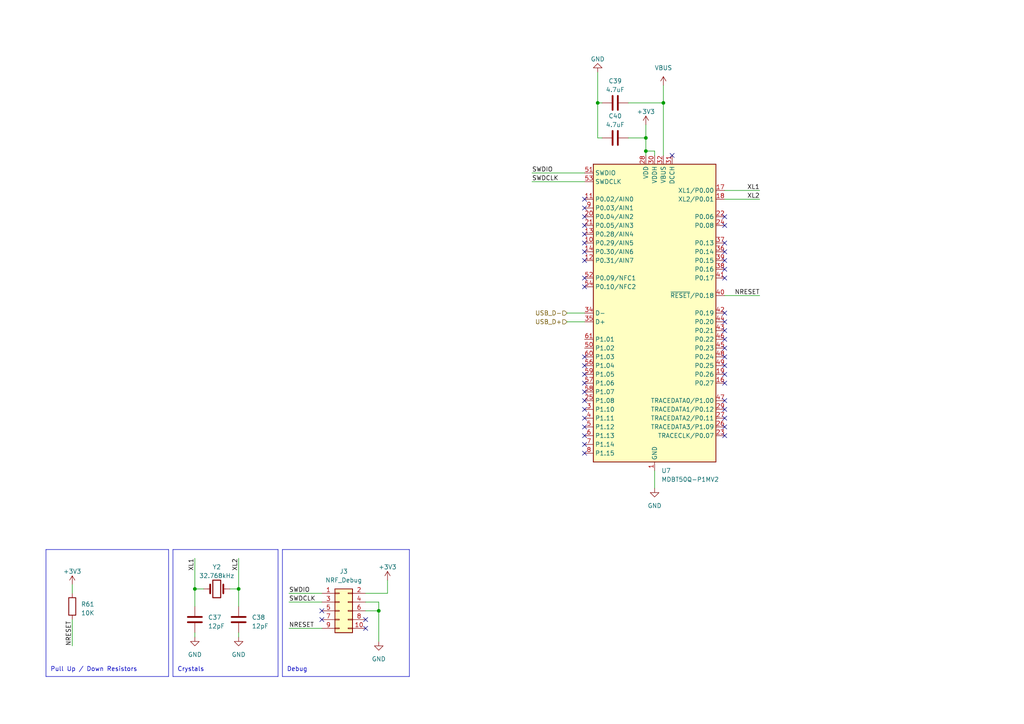
<source format=kicad_sch>
(kicad_sch (version 20231120) (generator "eeschema") (generator_version "8.0")
  (paper "A4")
  (lib_symbols
    (symbol "Connector_Generic:Conn_02x05_Odd_Even" (pin_names (offset 1.016) hide)
      (property "Reference" "J" (at 1.27 7.62 0))
      (property "Value" "Conn_02x05_Odd_Even" (at 1.27 -7.62 0))
      (symbol "Conn_02x05_Odd_Even_1_1"
        (rectangle (start -1.27 -4.953) (end 0 -5.207) (stroke (width 0.1524)))
        (rectangle (start -1.27 -2.413) (end 0 -2.667) (stroke (width 0.1524)))
        (rectangle (start -1.27 0.127) (end 0 -0.127) (stroke (width 0.1524)))
        (rectangle (start -1.27 2.667) (end 0 2.413) (stroke (width 0.1524)))
        (rectangle (start -1.27 5.207) (end 0 4.953) (stroke (width 0.1524)))
        (rectangle (start -1.27 6.35) (end 3.81 -6.35) (stroke (width 0.254)) (fill (type background)))
        (rectangle (start 3.81 -4.953) (end 2.54 -5.207) (stroke (width 0.1524)))
        (rectangle (start 3.81 -2.413) (end 2.54 -2.667) (stroke (width 0.1524)))
        (rectangle (start 3.81 0.127) (end 2.54 -0.127) (stroke (width 0.1524)))
        (rectangle (start 3.81 2.667) (end 2.54 2.413) (stroke (width 0.1524)))
        (rectangle (start 3.81 5.207) (end 2.54 4.953) (stroke (width 0.1524)))
        (pin passive line (at -5.08 5.08 0) (length 3.81) (name "Pin_1") (number "1"))
        (pin passive line (at 7.62 -5.08 180) (length 3.81) (name "Pin_10") (number "10"))
        (pin passive line (at 7.62 5.08 180) (length 3.81) (name "Pin_2") (number "2"))
        (pin passive line (at -5.08 2.54 0) (length 3.81) (name "Pin_3") (number "3"))
        (pin passive line (at 7.62 2.54 180) (length 3.81) (name "Pin_4") (number "4"))
        (pin passive line (at -5.08 0 0) (length 3.81) (name "Pin_5") (number "5"))
        (pin passive line (at 7.62 0 180) (length 3.81) (name "Pin_6") (number "6"))
        (pin passive line (at -5.08 -2.54 0) (length 3.81) (name "Pin_7") (number "7"))
        (pin passive line (at 7.62 -2.54 180) (length 3.81) (name "Pin_8") (number "8"))
        (pin passive line (at -5.08 -5.08 0) (length 3.81) (name "Pin_9") (number "9"))
      )
    )
    (symbol "Device:C" (pin_numbers hide) (pin_names (offset 0.254))
      (property "Reference" "C" (at 0.635 2.54 0))
      (property "Value" "C" (at 0.635 -2.54 0))
      (symbol "C_0_1"
        (polyline (pts (xy -2.032 -0.762) (xy 2.032 -0.762)) (stroke (width 0.508)))
        (polyline (pts (xy -2.032 0.762) (xy 2.032 0.762)) (stroke (width 0.508)))
      )
      (symbol "C_1_1"
        (pin passive line (at 0 3.81 270) (length 2.794) (name "~") (number "1"))
        (pin passive line (at 0 -3.81 90) (length 2.794) (name "~") (number "2"))
      )
    )
    (symbol "Device:Crystal" (pin_numbers hide) (pin_names (offset 1.016) hide)
      (property "Reference" "Y" (at 0 3.81 0))
      (property "Value" "Crystal" (at 0 -3.81 0))
      (symbol "Crystal_0_1"
        (rectangle (start -1.143 2.54) (end 1.143 -2.54) (stroke (width 0.3048)))
        (polyline (pts (xy -2.54 0) (xy -1.905 0)))
        (polyline (pts (xy -1.905 -1.27) (xy -1.905 1.27)) (stroke (width 0.508)))
        (polyline (pts (xy 1.905 -1.27) (xy 1.905 1.27)) (stroke (width 0.508)))
        (polyline (pts (xy 2.54 0) (xy 1.905 0)))
      )
      (symbol "Crystal_1_1"
        (pin passive line (at -3.81 0 0) (length 1.27) (name "1") (number "1"))
        (pin passive line (at 3.81 0 180) (length 1.27) (name "2") (number "2"))
      )
    )
    (symbol "Device:R" (pin_numbers hide) (pin_names (offset 0))
      (property "Reference" "R" (at 2.032 0 90))
      (property "Value" "R" (at 0 0 90))
      (symbol "R_0_1"
        (rectangle (start -1.016 -2.54) (end 1.016 2.54) (stroke (width 0.254)))
      )
      (symbol "R_1_1"
        (pin passive line (at 0 3.81 270) (length 1.27) (name "~") (number "1"))
        (pin passive line (at 0 -3.81 90) (length 1.27) (name "~") (number "2"))
      )
    )
    (symbol "RF_Module:MDBT50Q-P1MV2"
      (property "Reference" "U" (at 0 0 0))
      (property "Value" "MDBT50Q-P1MV2" (at 0 -2.54 0))
      (symbol "MDBT50Q-P1MV2_0_1"
        (rectangle (start -17.78 43.18) (end 17.78 -43.18) (stroke (width 0.254)) (fill (type background)))
      )
      (symbol "MDBT50Q-P1MV2_1_1"
        (pin power_in line (at 0 -45.72 90) (length 2.54) (name "GND") (number "1"))
        (pin bidirectional line (at -20.32 20.32 0) (length 2.54) (name "P0.29/AIN5") (number "10"))
        (pin bidirectional line (at -20.32 33.02 0) (length 2.54) (name "P0.02/AIN0") (number "11"))
        (pin bidirectional line (at -20.32 15.24 0) (length 2.54) (name "P0.31/AIN7") (number "12"))
        (pin bidirectional line (at -20.32 22.86 0) (length 2.54) (name "P0.28/AIN4") (number "13"))
        (pin bidirectional line (at -20.32 17.78 0) (length 2.54) (name "P0.30/AIN6") (number "14"))
        (pin passive line (at 0 -45.72 90) (length 2.54) hide (name "GND") (number "15"))
        (pin bidirectional line (at 20.32 -20.32 180) (length 2.54) (name "P0.27") (number "16"))
        (pin bidirectional line (at 20.32 35.56 180) (length 2.54) (name "XL1/P0.00") (number "17"))
        (pin bidirectional line (at 20.32 33.02 180) (length 2.54) (name "XL2/P0.01") (number "18"))
        (pin bidirectional line (at 20.32 -17.78 180) (length 2.54) (name "P0.26") (number "19"))
        (pin passive line (at 0 -45.72 90) (length 2.54) hide (name "GND") (number "2"))
        (pin bidirectional line (at -20.32 27.94 0) (length 2.54) (name "P0.04/AIN2") (number "20"))
        (pin bidirectional line (at -20.32 25.4 0) (length 2.54) (name "P0.05/AIN3") (number "21"))
        (pin bidirectional line (at 20.32 27.94 180) (length 2.54) (name "P0.06") (number "22"))
        (pin bidirectional line (at 20.32 -35.56 180) (length 2.54) (name "TRACECLK/P0.07") (number "23"))
        (pin bidirectional line (at 20.32 25.4 180) (length 2.54) (name "P0.08") (number "24"))
        (pin bidirectional line (at -20.32 -25.4 0) (length 2.54) (name "P1.08") (number "25"))
        (pin bidirectional line (at 20.32 -33.02 180) (length 2.54) (name "TRACEDATA3/P1.09") (number "26"))
        (pin bidirectional line (at 20.32 -30.48 180) (length 2.54) (name "TRACEDATA2/P0.11") (number "27"))
        (pin power_in line (at -2.54 45.72 270) (length 2.54) (name "VDD") (number "28"))
        (pin bidirectional line (at 20.32 -27.94 180) (length 2.54) (name "TRACEDATA1/P0.12") (number "29"))
        (pin bidirectional line (at -20.32 -27.94 0) (length 2.54) (name "P1.10") (number "3"))
        (pin power_in line (at 0 45.72 270) (length 2.54) (name "VDDH") (number "30"))
        (pin power_out line (at 5.08 45.72 270) (length 2.54) (name "DCCH") (number "31"))
        (pin power_in line (at 2.54 45.72 270) (length 2.54) (name "VBUS") (number "32"))
        (pin passive line (at 0 -45.72 90) (length 2.54) hide (name "GND") (number "33"))
        (pin bidirectional line (at -20.32 0 0) (length 2.54) (name "D-") (number "34"))
        (pin bidirectional line (at -20.32 -2.54 0) (length 2.54) (name "D+") (number "35"))
        (pin bidirectional line (at 20.32 17.78 180) (length 2.54) (name "P0.14") (number "36"))
        (pin bidirectional line (at 20.32 20.32 180) (length 2.54) (name "P0.13") (number "37"))
        (pin bidirectional line (at 20.32 12.7 180) (length 2.54) (name "P0.16") (number "38"))
        (pin bidirectional line (at 20.32 15.24 180) (length 2.54) (name "P0.15") (number "39"))
        (pin bidirectional line (at -20.32 -30.48 0) (length 2.54) (name "P1.11") (number "4"))
        (pin bidirectional line (at 20.32 5.08 180) (length 2.54) (name "~{RESET}/P0.18") (number "40"))
        (pin bidirectional line (at 20.32 10.16 180) (length 2.54) (name "P0.17") (number "41"))
        (pin bidirectional line (at 20.32 0 180) (length 2.54) (name "P0.19") (number "42"))
        (pin bidirectional line (at 20.32 -5.08 180) (length 2.54) (name "P0.21") (number "43"))
        (pin bidirectional line (at 20.32 -2.54 180) (length 2.54) (name "P0.20") (number "44"))
        (pin bidirectional line (at 20.32 -10.16 180) (length 2.54) (name "P0.23") (number "45"))
        (pin bidirectional line (at 20.32 -7.62 180) (length 2.54) (name "P0.22") (number "46"))
        (pin bidirectional line (at 20.32 -25.4 180) (length 2.54) (name "TRACEDATA0/P1.00") (number "47"))
        (pin bidirectional line (at 20.32 -12.7 180) (length 2.54) (name "P0.24") (number "48"))
        (pin bidirectional line (at 20.32 -15.24 180) (length 2.54) (name "P0.25") (number "49"))
        (pin bidirectional line (at -20.32 -33.02 0) (length 2.54) (name "P1.12") (number "5"))
        (pin bidirectional line (at -20.32 -10.16 0) (length 2.54) (name "P1.02") (number "50"))
        (pin bidirectional line (at -20.32 40.64 0) (length 2.54) (name "SWDIO") (number "51"))
        (pin bidirectional line (at -20.32 10.16 0) (length 2.54) (name "P0.09/NFC1") (number "52"))
        (pin input line (at -20.32 38.1 0) (length 2.54) (name "SWDCLK") (number "53"))
        (pin bidirectional line (at -20.32 7.62 0) (length 2.54) (name "P0.10/NFC2") (number "54"))
        (pin passive line (at 0 -45.72 90) (length 2.54) hide (name "GND") (number "55"))
        (pin bidirectional line (at -20.32 -15.24 0) (length 2.54) (name "P1.04") (number "56"))
        (pin bidirectional line (at -20.32 -20.32 0) (length 2.54) (name "P1.06") (number "57"))
        (pin bidirectional line (at -20.32 -22.86 0) (length 2.54) (name "P1.07") (number "58"))
        (pin bidirectional line (at -20.32 -17.78 0) (length 2.54) (name "P1.05") (number "59"))
        (pin bidirectional line (at -20.32 -35.56 0) (length 2.54) (name "P1.13") (number "6"))
        (pin bidirectional line (at -20.32 -12.7 0) (length 2.54) (name "P1.03") (number "60"))
        (pin bidirectional line (at -20.32 -7.62 0) (length 2.54) (name "P1.01") (number "61"))
        (pin bidirectional line (at -20.32 -38.1 0) (length 2.54) (name "P1.14") (number "7"))
        (pin bidirectional line (at -20.32 -40.64 0) (length 2.54) (name "P1.15") (number "8"))
        (pin bidirectional line (at -20.32 30.48 0) (length 2.54) (name "P0.03/AIN1") (number "9"))
      )
    )
    (symbol "power:+3V3" (power) (pin_names (offset 0))
      (property "Value" "+3V3" (at 0 3.556 0))
      (symbol "+3V3_0_1"
        (polyline (pts (xy -0.762 1.27) (xy 0 2.54)))
        (polyline (pts (xy 0 0) (xy 0 2.54)))
        (polyline (pts (xy 0 2.54) (xy 0.762 1.27)))
      )
      (symbol "+3V3_1_1"
        (pin power_in line (at 0 0 90) (length 0) hide (name "+3V3") (number "1"))
      )
    )
    (symbol "power:GND" (power) (pin_names (offset 0))
      (property "Value" "GND" (at 0 -3.81 0))
      (symbol "GND_0_1"
        (polyline (pts (xy 0 0) (xy 0 -1.27) (xy 1.27 -1.27) (xy 0 -2.54) (xy -1.27 -1.27) (xy 0 -1.27)))
      )
      (symbol "GND_1_1"
        (pin power_in line (at 0 0 270) (length 0) hide (name "GND") (number "1"))
      )
    )
    (symbol "power:VBUS" (power) (pin_names (offset 0))
      (property "Value" "VBUS" (at 0 3.81 0))
      (symbol "VBUS_0_1"
        (polyline (pts (xy -0.762 1.27) (xy 0 2.54)))
        (polyline (pts (xy 0 0) (xy 0 2.54)))
        (polyline (pts (xy 0 2.54) (xy 0.762 1.27)))
      )
      (symbol "VBUS_1_1"
        (pin power_in line (at 0 0 90) (length 0) hide (name "VBUS") (number "1"))
      )
    )
  )
  (junction (at 173.355 29.845))
  (junction (at 56.515 170.815))
  (junction (at 187.325 40.005))
  (junction (at 69.215 170.815))
  (junction (at 109.855 177.165))
  (junction (at 192.405 29.845))
  (junction (at 187.325 43.815))
  (no_connect (at 169.545 80.645))
  (no_connect (at 210.185 98.425))
  (no_connect (at 169.545 113.665))
  (no_connect (at 210.185 116.205))
  (no_connect (at 210.185 65.405))
  (no_connect (at 169.545 118.745))
  (no_connect (at 210.185 75.565))
  (no_connect (at 169.545 126.365))
  (no_connect (at 210.185 62.865))
  (no_connect (at 210.185 78.105))
  (no_connect (at 210.185 118.745))
  (no_connect (at 210.185 103.505))
  (no_connect (at 169.545 60.325))
  (no_connect (at 169.545 103.505))
  (no_connect (at 169.545 62.865))
  (no_connect (at 169.545 116.205))
  (no_connect (at 169.545 123.825))
  (no_connect (at 169.545 73.025))
  (no_connect (at 194.945 45.085))
  (no_connect (at 210.185 95.885))
  (no_connect (at 169.545 108.585))
  (no_connect (at 210.185 100.965))
  (no_connect (at 169.545 75.565))
  (no_connect (at 169.545 57.785))
  (no_connect (at 169.545 128.905))
  (no_connect (at 169.545 131.445))
  (no_connect (at 169.545 67.945))
  (no_connect (at 210.185 93.345))
  (no_connect (at 210.185 90.805))
  (no_connect (at 210.185 121.285))
  (no_connect (at 210.185 73.025))
  (no_connect (at 169.545 65.405))
  (no_connect (at 210.185 126.365))
  (no_connect (at 210.185 106.045))
  (no_connect (at 93.345 177.165))
  (no_connect (at 210.185 108.585))
  (no_connect (at 169.545 121.285))
  (no_connect (at 169.545 106.045))
  (no_connect (at 106.045 182.245))
  (no_connect (at 169.545 83.185))
  (no_connect (at 210.185 80.645))
  (no_connect (at 210.185 111.125))
  (no_connect (at 169.545 111.125))
  (no_connect (at 210.185 70.485))
  (no_connect (at 106.045 179.705))
  (no_connect (at 210.185 123.825))
  (no_connect (at 93.345 179.705))
  (no_connect (at 169.545 70.485))
  (wire (pts (xy 93.345 174.625) (xy 83.82 174.625)))
  (polyline (pts (xy 13.335 159.385) (xy 13.335 196.215)))
  (wire (pts (xy 112.395 168.275) (xy 112.395 172.085)))
  (wire (pts (xy 173.355 20.955) (xy 173.355 29.845)))
  (wire (pts (xy 192.405 24.765) (xy 192.405 29.845)))
  (wire (pts (xy 210.185 57.785) (xy 220.345 57.785)))
  (wire (pts (xy 56.515 170.815) (xy 56.515 175.895)))
  (polyline (pts (xy 50.165 159.385) (xy 50.165 196.215)))
  (wire (pts (xy 173.355 40.005) (xy 174.625 40.005)))
  (polyline (pts (xy 80.645 196.215) (xy 50.165 196.215)))
  (polyline (pts (xy 81.915 159.385) (xy 81.915 196.215)))
  (wire (pts (xy 154.305 52.705) (xy 169.545 52.705)))
  (wire (pts (xy 56.515 183.515) (xy 56.515 184.785)))
  (wire (pts (xy 20.955 179.705) (xy 20.955 187.325)))
  (polyline (pts (xy 118.745 196.215) (xy 118.745 159.385)))
  (polyline (pts (xy 50.165 159.385) (xy 80.645 159.385)))
  (wire (pts (xy 187.325 36.195) (xy 187.325 40.005)))
  (wire (pts (xy 69.215 183.515) (xy 69.215 184.785)))
  (wire (pts (xy 192.405 29.845) (xy 192.405 45.085)))
  (polyline (pts (xy 13.335 196.215) (xy 48.895 196.215)))
  (wire (pts (xy 109.855 177.165) (xy 109.855 186.055)))
  (polyline (pts (xy 81.915 196.215) (xy 118.745 196.215)))
  (wire (pts (xy 154.305 50.165) (xy 169.545 50.165)))
  (wire (pts (xy 56.515 161.925) (xy 56.515 170.815)))
  (wire (pts (xy 182.245 29.845) (xy 192.405 29.845)))
  (wire (pts (xy 69.215 170.815) (xy 69.215 175.895)))
  (polyline (pts (xy 13.335 159.385) (xy 48.895 159.385)))
  (wire (pts (xy 189.865 43.815) (xy 187.325 43.815)))
  (wire (pts (xy 20.955 169.545) (xy 20.955 172.085)))
  (wire (pts (xy 189.865 136.525) (xy 189.865 141.605)))
  (wire (pts (xy 173.355 29.845) (xy 173.355 40.005)))
  (wire (pts (xy 187.325 45.085) (xy 187.325 43.815)))
  (wire (pts (xy 83.82 182.245) (xy 93.345 182.245)))
  (wire (pts (xy 109.855 174.625) (xy 109.855 177.165)))
  (wire (pts (xy 187.325 43.815) (xy 187.325 40.005)))
  (wire (pts (xy 106.045 174.625) (xy 109.855 174.625)))
  (polyline (pts (xy 48.895 196.215) (xy 48.895 159.385)))
  (wire (pts (xy 173.355 29.845) (xy 174.625 29.845)))
  (wire (pts (xy 106.045 177.165) (xy 109.855 177.165)))
  (wire (pts (xy 220.345 85.725) (xy 210.185 85.725)))
  (wire (pts (xy 210.185 55.245) (xy 220.345 55.245)))
  (wire (pts (xy 93.345 172.085) (xy 83.82 172.085)))
  (polyline (pts (xy 81.915 159.385) (xy 118.745 159.385)))
  (polyline (pts (xy 80.645 159.385) (xy 80.645 196.215)))
  (wire (pts (xy 69.215 161.925) (xy 69.215 170.815)))
  (wire (pts (xy 189.865 45.085) (xy 189.865 43.815)))
  (wire (pts (xy 164.465 90.805) (xy 169.545 90.805)))
  (wire (pts (xy 187.325 40.005) (xy 182.245 40.005)))
  (wire (pts (xy 112.395 172.085) (xy 106.045 172.085)))
  (wire (pts (xy 164.465 93.345) (xy 169.545 93.345)))
  (wire (pts (xy 66.675 170.815) (xy 69.215 170.815)))
  (wire (pts (xy 59.055 170.815) (xy 56.515 170.815)))
  (text "Debug" (at 83.185 194.945 0) (effects (font (size 1.27 1.27)) (justify left bottom)))
  (text "Crystals" (at 51.435 194.945 0) (effects (font (size 1.27 1.27)) (justify left bottom)))
  (text "Pull Up / Down Resistors" (at 14.605 194.945 0) (effects (font (size 1.27 1.27)) (justify left bottom)))
  (label "XL1" (at 220.345 55.245 180))
  (label "SWDIO" (at 154.305 50.165 0))
  (label "SWDCLK" (at 154.305 52.705 0))
  (label "XL2" (at 220.345 57.785 180))
  (label "XL1" (at 56.515 161.925 270))
  (label "NRESET" (at 220.345 85.725 180))
  (label "NRESET" (at 83.82 182.245 0))
  (label "NRESET" (at 20.955 187.325 90))
  (label "XL2" (at 69.215 161.925 270))
  (label "SWDCLK" (at 83.82 174.625 0))
  (label "SWDIO" (at 83.82 172.085 0))
  (hierarchical_label "USB_D-" (shape input) (at 164.465 90.805 180))
  (hierarchical_label "USB_D+" (shape input) (at 164.465 93.345 180))
  (symbol (lib_id "Device:C") (at 178.435 40.005 90) (unit 1)
    (property "Reference" "C40" (at 178.435 33.655 90))
    (property "Value" "4.7uF" (at 178.435 36.195 90))
    (property "Footprint" "Capacitor_SMD:C_0402_1005Metric" (effects (hide yes)))
    (instances (project "DeskSandGlass" (path "" (reference "C40") (unit 1))) (project "nrf52840_module" (path "" (reference "C40") (unit 1))) (project "LinuxCore-v2" (path "" (reference "C83") (unit 1))))
  )
  (symbol (lib_id "Device:R") (at 20.955 175.895 180) (unit 1)
    (property "Reference" "R61" (at 23.495 175.26 0) (effects (justify right)))
    (property "Value" "10K" (at 23.495 177.8 0) (effects (justify right)))
    (property "Footprint" "Resistor_SMD:R_0402_1005Metric" (effects (hide yes)))
    (instances (project "DeskSandGlass" (path "" (reference "R61") (unit 1))) (project "nrf52840_module" (path "" (reference "R61") (unit 1))) (project "LinuxCore-v2" (path "" (reference "R55") (unit 1))))
  )
  (symbol (lib_id "power:GND") (at 173.355 20.955 180) (unit 1)
    (property "Reference" "#PWR094" (effects (hide yes)))
    (property "Value" "GND" (at 173.355 17.145 0))
    (instances (project "DeskSandGlass" (path "" (reference "#PWR094") (unit 1))) (project "nrf52840_module" (path "" (reference "#PWR094") (unit 1))) (project "LinuxCore-v2" (path "" (reference "#PWR0116") (unit 1))))
  )
  (symbol (lib_id "Device:Crystal") (at 62.865 170.815 0) (unit 1)
    (property "Reference" "Y2" (at 62.865 164.465 0))
    (property "Value" "32.768kHz" (at 62.865 167.005 0))
    (property "Footprint" "Crystal:Crystal_SMD_3215-2Pin_3.2x1.5mm" (effects (hide yes)))
    (instances (project "DeskSandGlass" (path "" (reference "Y2") (unit 1))) (project "nrf52840_module" (path "" (reference "Y2") (unit 1))) (project "LinuxCore-v2" (path "" (reference "Y3") (unit 1))))
  )
  (symbol (lib_id "power:+3V3") (at 20.955 169.545 0) (unit 1)
    (property "Reference" "#PWR093" (effects (hide yes)))
    (property "Value" "+3V3" (at 20.955 165.735 0))
    (instances (project "DeskSandGlass" (path "" (reference "#PWR093") (unit 1))) (project "nrf52840_module" (path "" (reference "#PWR093") (unit 1))) (project "LinuxCore-v2" (path "" (reference "#PWR0111") (unit 1))))
  )
  (symbol (lib_id "Device:C") (at 178.435 29.845 90) (unit 1)
    (property "Reference" "C39" (at 178.435 23.495 90))
    (property "Value" "4.7uF" (at 178.435 26.035 90))
    (property "Footprint" "Capacitor_SMD:C_0402_1005Metric" (effects (hide yes)))
    (instances (project "DeskSandGlass" (path "" (reference "C39") (unit 1))) (project "nrf52840_module" (path "" (reference "C39") (unit 1))) (project "LinuxCore-v2" (path "" (reference "C82") (unit 1))))
  )
  (symbol (lib_id "power:GND") (at 109.855 186.055 0) (unit 1)
    (property "Reference" "#PWR092" (effects (hide yes)))
    (property "Value" "GND" (at 109.855 191.135 0))
    (instances (project "DeskSandGlass" (path "" (reference "#PWR092") (unit 1))) (project "nrf52840_module" (path "" (reference "#PWR092") (unit 1))) (project "LinuxCore-v2" (path "" (reference "#PWR0115") (unit 1))))
  )
  (symbol (lib_id "Device:C") (at 69.215 179.705 0) (unit 1)
    (property "Reference" "C38" (at 73.025 179.07 0) (effects (justify left)))
    (property "Value" "12pF" (at 73.025 181.61 0) (effects (justify left)))
    (property "Footprint" "Capacitor_SMD:C_0402_1005Metric" (effects (hide yes)))
    (instances (project "DeskSandGlass" (path "" (reference "C38") (unit 1))) (project "nrf52840_module" (path "" (reference "C38") (unit 1))) (project "LinuxCore-v2" (path "" (reference "C81") (unit 1))))
  )
  (symbol (lib_id "power:VBUS") (at 192.405 24.765 0) (unit 1)
    (property "Reference" "#PWR018" (effects (hide yes)))
    (property "Value" "VBUS" (at 192.405 19.685 0))
    (instances (project "DeskSandGlass" (path "" (reference "#PWR018") (unit 1)) (path "" (reference "#PWR097") (unit 1))) (project "nrf52840_module" (path "" (reference "#PWR018") (unit 1))) (project "QualityDeskController" (path "" (reference "#PWR025") (unit 1))) (project "LinuxCore-v2" (path "" (reference "#PWR0119") (unit 1))))
  )
  (symbol (lib_id "power:GND") (at 189.865 141.605 0) (unit 1)
    (property "Reference" "#PWR096" (effects (hide yes)))
    (property "Value" "GND" (at 189.865 146.685 0))
    (instances (project "DeskSandGlass" (path "" (reference "#PWR096") (unit 1))) (project "nrf52840_module" (path "" (reference "#PWR096") (unit 1))) (project "LinuxCore-v2" (path "" (reference "#PWR0118") (unit 1))))
  )
  (symbol (lib_id "power:GND") (at 56.515 184.785 0) (unit 1)
    (property "Reference" "#PWR089" (effects (hide yes)))
    (property "Value" "GND" (at 56.515 189.865 0))
    (instances (project "DeskSandGlass" (path "" (reference "#PWR089") (unit 1))) (project "nrf52840_module" (path "" (reference "#PWR089") (unit 1))) (project "LinuxCore-v2" (path "" (reference "#PWR0112") (unit 1))))
  )
  (symbol (lib_id "power:+3V3") (at 187.325 36.195 0) (unit 1)
    (property "Reference" "#PWR095" (effects (hide yes)))
    (property "Value" "+3V3" (at 187.325 32.385 0))
    (instances (project "DeskSandGlass" (path "" (reference "#PWR095") (unit 1))) (project "nrf52840_module" (path "" (reference "#PWR095") (unit 1))) (project "LinuxCore-v2" (path "" (reference "#PWR0117") (unit 1))))
  )
  (symbol (lib_id "RF_Module:MDBT50Q-P1MV2") (at 189.865 90.805 0) (unit 1)
    (property "Reference" "U7" (at 191.8209 136.525 0) (effects (justify left)))
    (property "Value" "MDBT50Q-P1MV2" (at 191.8209 139.065 0) (effects (justify left)))
    (property "Footprint" "RF_Module:Raytac_MDBT50Q" (effects (hide yes)))
    (property "Datasheet" "https://www.raytac.com/download/index.php?index_id=43" (effects (hide yes)))
    (instances (project "DeskSandGlass" (path "" (reference "U7") (unit 1))) (project "nrf52840_module" (path "" (reference "U7") (unit 1))) (project "LinuxCore-v2" (path "" (reference "U10") (unit 1))))
  )
  (symbol (lib_id "Connector_Generic:Conn_02x05_Odd_Even") (at 98.425 177.165 0) (unit 1)
    (property "Reference" "J3" (at 99.695 165.735 0))
    (property "Value" "NRF_Debug" (at 99.695 168.275 0))
    (property "Footprint" "Connector_PinHeader_1.27mm:PinHeader_2x05_P1.27mm_Vertical" (effects (hide yes)))
    (instances (project "DeskSandGlass" (path "" (reference "J3") (unit 1))) (project "nrf52840_module" (path "" (reference "J3") (unit 1))) (project "LinuxCore-v2" (path "" (reference "J5") (unit 1))))
  )
  (symbol (lib_id "power:GND") (at 69.215 184.785 0) (unit 1)
    (property "Reference" "#PWR090" (effects (hide yes)))
    (property "Value" "GND" (at 69.215 189.865 0))
    (instances (project "DeskSandGlass" (path "" (reference "#PWR090") (unit 1))) (project "nrf52840_module" (path "" (reference "#PWR090") (unit 1))) (project "LinuxCore-v2" (path "" (reference "#PWR0113") (unit 1))))
  )
  (symbol (lib_id "Device:C") (at 56.515 179.705 0) (unit 1)
    (property "Reference" "C37" (at 60.325 179.07 0) (effects (justify left)))
    (property "Value" "12pF" (at 60.325 181.61 0) (effects (justify left)))
    (property "Footprint" "Capacitor_SMD:C_0402_1005Metric" (effects (hide yes)))
    (instances (project "DeskSandGlass" (path "" (reference "C37") (unit 1))) (project "nrf52840_module" (path "" (reference "C37") (unit 1))) (project "LinuxCore-v2" (path "" (reference "C80") (unit 1))))
  )
  (symbol (lib_id "power:+3V3") (at 112.395 168.275 0) (unit 1)
    (property "Reference" "#PWR091" (effects (hide yes)))
    (property "Value" "+3V3" (at 112.395 164.465 0))
    (instances (project "DeskSandGlass" (path "" (reference "#PWR091") (unit 1))) (project "nrf52840_module" (path "" (reference "#PWR091") (unit 1))) (project "LinuxCore-v2" (path "" (reference "#PWR0114") (unit 1))))
  )
)
</source>
